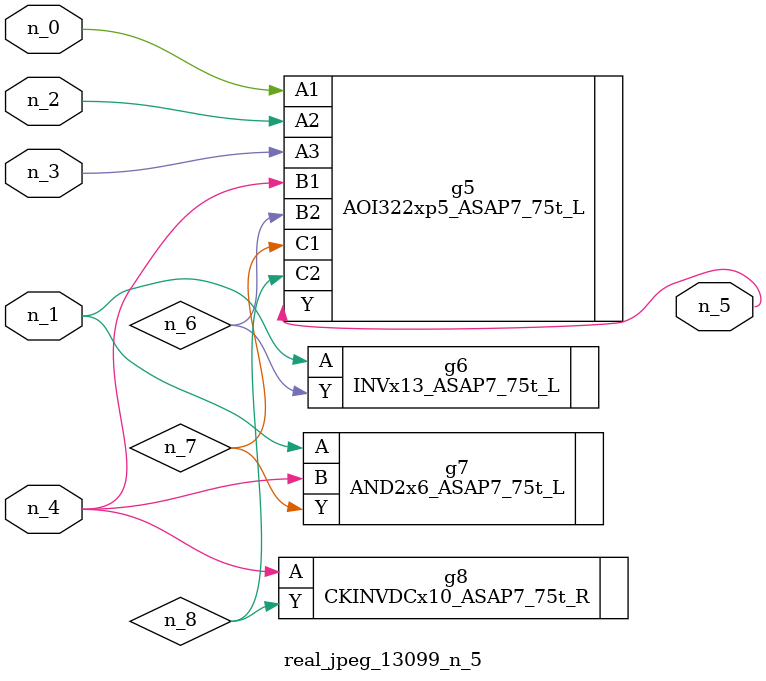
<source format=v>
module real_jpeg_13099_n_5 (n_4, n_0, n_1, n_2, n_3, n_5);

input n_4;
input n_0;
input n_1;
input n_2;
input n_3;

output n_5;

wire n_8;
wire n_6;
wire n_7;

AOI322xp5_ASAP7_75t_L g5 ( 
.A1(n_0),
.A2(n_2),
.A3(n_3),
.B1(n_4),
.B2(n_6),
.C1(n_7),
.C2(n_8),
.Y(n_5)
);

INVx13_ASAP7_75t_L g6 ( 
.A(n_1),
.Y(n_6)
);

AND2x6_ASAP7_75t_L g7 ( 
.A(n_1),
.B(n_4),
.Y(n_7)
);

CKINVDCx10_ASAP7_75t_R g8 ( 
.A(n_4),
.Y(n_8)
);


endmodule
</source>
